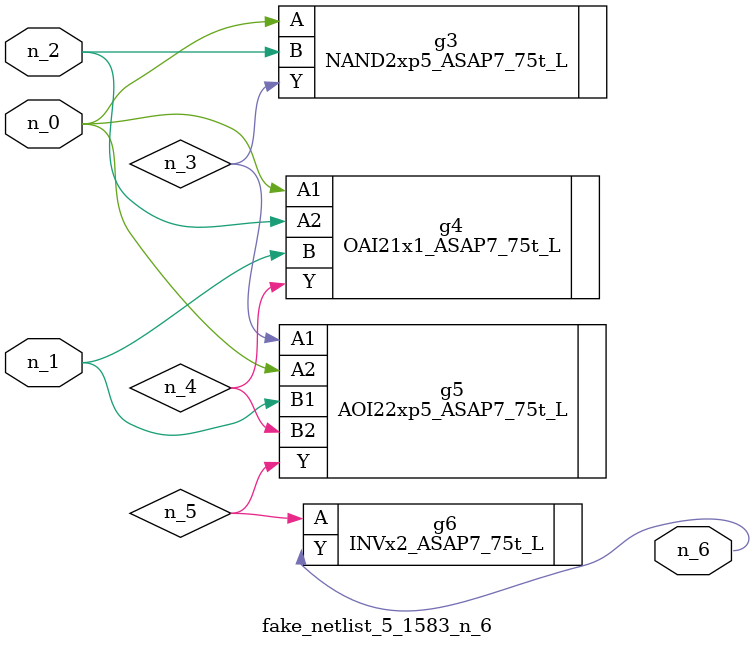
<source format=v>
module fake_netlist_5_1583_n_6 (n_1, n_2, n_0, n_6);

input n_1;
input n_2;
input n_0;

output n_6;

wire n_4;
wire n_5;
wire n_3;

NAND2xp5_ASAP7_75t_L g3 ( 
.A(n_0),
.B(n_2),
.Y(n_3)
);

OAI21x1_ASAP7_75t_L g4 ( 
.A1(n_0),
.A2(n_2),
.B(n_1),
.Y(n_4)
);

AOI22xp5_ASAP7_75t_L g5 ( 
.A1(n_3),
.A2(n_0),
.B1(n_1),
.B2(n_4),
.Y(n_5)
);

INVx2_ASAP7_75t_L g6 ( 
.A(n_5),
.Y(n_6)
);


endmodule
</source>
